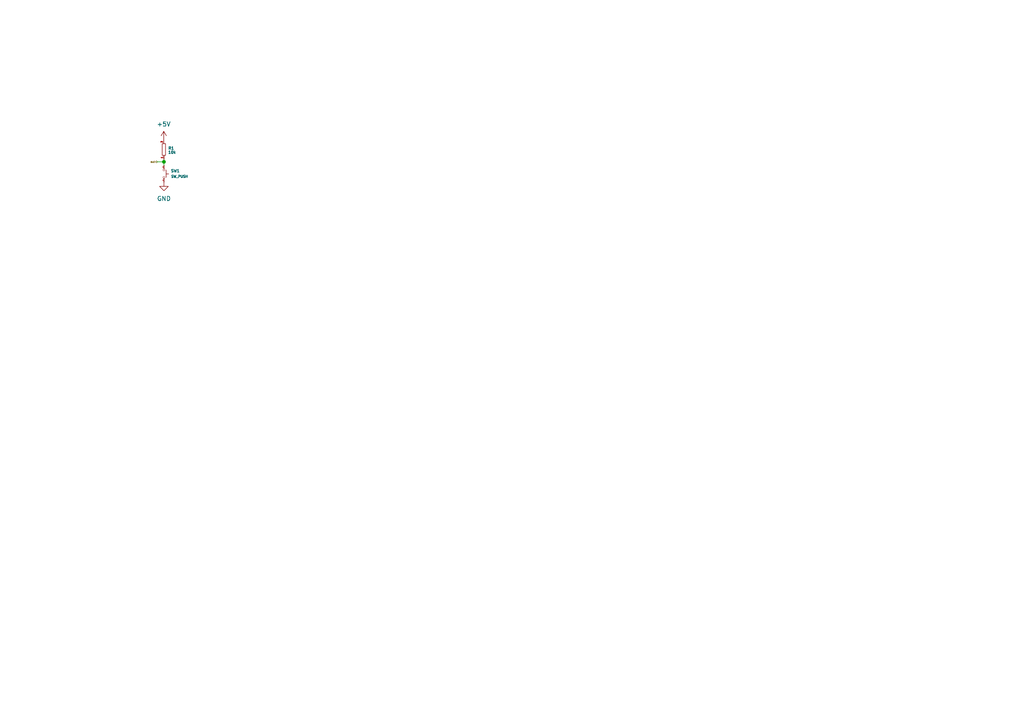
<source format=kicad_sch>
(kicad_sch (version 20211123) (generator eeschema)
  (paper "A4")
  (lib_symbols
    (symbol "Mylib:SW_PUSH"
      (property "Reference" "SW" (at 4.826 4.699 0))
      (property "Value" "SW_PUSH" (at -1.27 4.699 0))
      (symbol "SW_PUSH_0_1"
        (circle (center 0 -1.016) (radius 0.284) (stroke (width 0.09)))
        (polyline (pts (xy 0.635 1.143) (xy 0.635 -1.016)))
        (polyline (pts (xy 0.6604 0) (xy 1.3716 0)))
        (circle (center 0 1.143) (radius 0.284) (stroke (width 0.09)))
      )
      (symbol "SW_PUSH_1_1"
        (pin passive line (at 0 2.4892 270) (length 1) (name "~") (number "1"))
        (pin passive line (at 0 -2.3368 90) (length 1) (name "~") (number "2"))
      )
    )
    (symbol "Mylib:resistance"
      (property "Reference" "R" (at 6.35 2.54 0))
      (property "Value" "resistance" (at 0 2.54 0))
      (symbol "resistance_0_1"
        (rectangle (start -1.6256 0.4572) (end 1.778 -0.508))
      )
      (symbol "resistance_1_1"
        (pin passive line (at -2.7432 -0.0508 0) (length 1) (name "~") (number "1"))
        (pin passive line (at 2.794 0 180) (length 1) (name "~") (number "2"))
      )
    )
    (symbol "power:+5V" (power) (pin_names (offset 0))
      (property "Value" "+5V" (at 0 3.556 0))
      (symbol "+5V_0_1"
        (polyline (pts (xy -0.762 1.27) (xy 0 2.54)))
        (polyline (pts (xy 0 0) (xy 0 2.54)))
        (polyline (pts (xy 0 2.54) (xy 0.762 1.27)))
      )
      (symbol "+5V_1_1"
        (pin power_in line (at 0 0 90) (length 0) hide (name "+5V") (number "1"))
      )
    )
    (symbol "power:GND" (power) (pin_names (offset 0))
      (property "Value" "GND" (at 0 -3.81 0))
      (symbol "GND_0_1"
        (polyline (pts (xy 0 0) (xy 0 -1.27) (xy 1.27 -1.27) (xy 0 -2.54) (xy -1.27 -1.27) (xy 0 -1.27)))
      )
      (symbol "GND_1_1"
        (pin power_in line (at 0 0 270) (length 0) hide (name "GND") (number "1"))
      )
    )
  )
  (junction (at 47.5488 46.9392))
  (wire (pts (xy 47.5488 46.1772) (xy 47.5488 46.9392)))
  (wire (pts (xy 47.5488 46.9392) (xy 47.5488 47.9552)))
  (wire (pts (xy 45.5422 46.9392) (xy 47.5488 46.9392)))
  (hierarchical_label "out" (shape output) (at 45.5422 46.9392 180) (effects (font (size 0.5 0.5))))
  (symbol (lib_id "Mylib:resistance") (at 47.498 43.434 90)
    (property "Reference" "R1" (at 48.7934 42.9768 90) (effects (font (size 0.8 0.8)) (justify right)))
    (property "Value" "10k" (at 48.7426 44.1706 90) (effects (font (size 0.8 0.8)) (justify right)))
    (property "Footprint" "Footprint_lib:resistence" (effects hide))
  )
  (symbol (lib_id "power:GND") (at 47.5488 52.7812 0)
    (property "Reference" "#PWR0119" (effects hide))
    (property "Value" "GND" (at 47.5488 57.6072 0))
  )
  (symbol (lib_id "Mylib:SW_PUSH") (at 47.5488 50.4444 0)
    (property "Reference" "SW1" (at 49.5554 49.5554 0) (effects (font (size 0.8 0.8)) (justify left)))
    (property "Value" "SW_PUSH" (at 49.6062 51.181 0) (effects (font (size 0.7 0.7)) (justify left)))
    (property "Footprint" "Footprint_lib:sw" (effects hide))
  )
  (symbol (lib_id "power:+5V") (at 47.498 40.64 0)
    (property "Reference" "#PWR0118" (effects hide))
    (property "Value" "+5V" (at 47.498 36.0172 0))
  )
)
</source>
